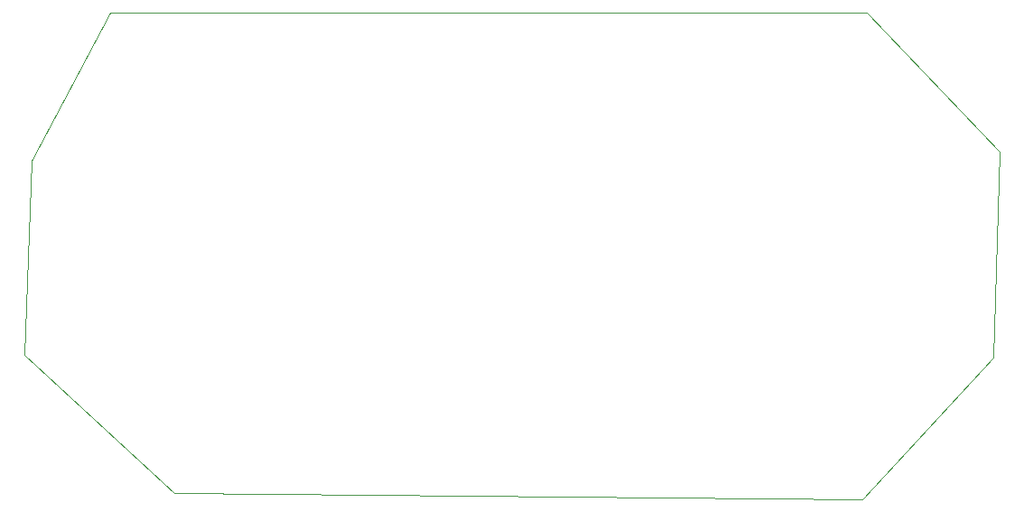
<source format=gm1>
G04 #@! TF.GenerationSoftware,KiCad,Pcbnew,5.1.2-f72e74a~84~ubuntu18.04.1*
G04 #@! TF.CreationDate,2019-07-18T22:23:35+09:00*
G04 #@! TF.ProjectId,WiredControllerPcb,57697265-6443-46f6-9e74-726f6c6c6572,rev?*
G04 #@! TF.SameCoordinates,Original*
G04 #@! TF.FileFunction,Profile,NP*
%FSLAX46Y46*%
G04 Gerber Fmt 4.6, Leading zero omitted, Abs format (unit mm)*
G04 Created by KiCad (PCBNEW 5.1.2-f72e74a~84~ubuntu18.04.1) date 2019-07-18 22:23:35*
%MOMM*%
%LPD*%
G04 APERTURE LIST*
%ADD10C,0.050000*%
G04 APERTURE END LIST*
D10*
X103180000Y-53420000D02*
X110540000Y-39460000D01*
X102550000Y-71610000D02*
X103180000Y-53420000D01*
X116570000Y-84520000D02*
X102550000Y-71610000D01*
X181090000Y-85150000D02*
X116570000Y-84520000D01*
X193360000Y-71820000D02*
X181090000Y-85150000D01*
X193990000Y-52570000D02*
X193360000Y-71820000D01*
X181510000Y-39460000D02*
X193990000Y-52570000D01*
X110540000Y-39460000D02*
X181510000Y-39460000D01*
M02*

</source>
